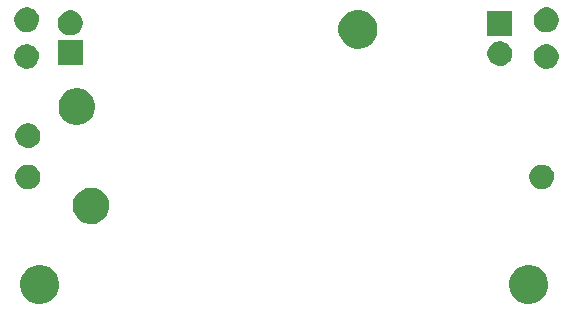
<source format=gbs>
G04 #@! TF.FileFunction,Soldermask,Bot*
%FSLAX46Y46*%
G04 Gerber Fmt 4.6, Leading zero omitted, Abs format (unit mm)*
G04 Created by KiCad (PCBNEW 4.0.7) date Tuesday, 26 September 2017 'PMt' 23:25:46*
%MOMM*%
%LPD*%
G01*
G04 APERTURE LIST*
%ADD10C,0.100000*%
G04 APERTURE END LIST*
D10*
G36*
X124273306Y-116751097D02*
X124590281Y-116816163D01*
X124888577Y-116941554D01*
X125156839Y-117122499D01*
X125384848Y-117352106D01*
X125563916Y-117621623D01*
X125687222Y-117920787D01*
X125750005Y-118237865D01*
X125750005Y-118237875D01*
X125750071Y-118238209D01*
X125744910Y-118607800D01*
X125744834Y-118608134D01*
X125744834Y-118608146D01*
X125673225Y-118923340D01*
X125541611Y-119218948D01*
X125355089Y-119483361D01*
X125120755Y-119706513D01*
X124847550Y-119879894D01*
X124545865Y-119996911D01*
X124227201Y-120053099D01*
X123903690Y-120046323D01*
X123587650Y-119976837D01*
X123291135Y-119847293D01*
X123025427Y-119662621D01*
X122800645Y-119429853D01*
X122625361Y-119157865D01*
X122506242Y-118857005D01*
X122447828Y-118538734D01*
X122452347Y-118215185D01*
X122519622Y-117898677D01*
X122647096Y-117601259D01*
X122829909Y-117334267D01*
X123061101Y-117107867D01*
X123331862Y-116930686D01*
X123631882Y-116809470D01*
X123949729Y-116748837D01*
X124273306Y-116751097D01*
X124273306Y-116751097D01*
G37*
G36*
X165673306Y-116751097D02*
X165990281Y-116816163D01*
X166288577Y-116941554D01*
X166556839Y-117122499D01*
X166784848Y-117352106D01*
X166963916Y-117621623D01*
X167087222Y-117920787D01*
X167150005Y-118237865D01*
X167150005Y-118237875D01*
X167150071Y-118238209D01*
X167144910Y-118607800D01*
X167144834Y-118608134D01*
X167144834Y-118608146D01*
X167073225Y-118923340D01*
X166941611Y-119218948D01*
X166755089Y-119483361D01*
X166520755Y-119706513D01*
X166247550Y-119879894D01*
X165945865Y-119996911D01*
X165627201Y-120053099D01*
X165303690Y-120046323D01*
X164987650Y-119976837D01*
X164691135Y-119847293D01*
X164425427Y-119662621D01*
X164200645Y-119429853D01*
X164025361Y-119157865D01*
X163906242Y-118857005D01*
X163847828Y-118538734D01*
X163852347Y-118215185D01*
X163919622Y-117898677D01*
X164047096Y-117601259D01*
X164229909Y-117334267D01*
X164461101Y-117107867D01*
X164731862Y-116930686D01*
X165031882Y-116809470D01*
X165349729Y-116748837D01*
X165673306Y-116751097D01*
X165673306Y-116751097D01*
G37*
G36*
X128612803Y-110201030D02*
X128910567Y-110262153D01*
X129190784Y-110379945D01*
X129442788Y-110549923D01*
X129656979Y-110765615D01*
X129825194Y-111018798D01*
X129941027Y-111299830D01*
X130000001Y-111597671D01*
X130000001Y-111597681D01*
X130000067Y-111598015D01*
X129995219Y-111945207D01*
X129995142Y-111945545D01*
X129995142Y-111945553D01*
X129927878Y-112241622D01*
X129804241Y-112519315D01*
X129629023Y-112767703D01*
X129408891Y-112977331D01*
X129152244Y-113140204D01*
X128868843Y-113250129D01*
X128569492Y-113302912D01*
X128265588Y-113296546D01*
X127968703Y-113231272D01*
X127690161Y-113109579D01*
X127440549Y-112936095D01*
X127229394Y-112717437D01*
X127064733Y-112461934D01*
X126952833Y-112179308D01*
X126897960Y-111880325D01*
X126902205Y-111576385D01*
X126965402Y-111279061D01*
X127085151Y-110999667D01*
X127256884Y-110748857D01*
X127474065Y-110536178D01*
X127728416Y-110369735D01*
X128010253Y-110255866D01*
X128308836Y-110198908D01*
X128612803Y-110201030D01*
X128612803Y-110201030D01*
G37*
G36*
X123210286Y-108250698D02*
X123411998Y-108292104D01*
X123601821Y-108371898D01*
X123772534Y-108487045D01*
X123917631Y-108633159D01*
X124031583Y-108804670D01*
X124110050Y-108995046D01*
X124149979Y-109196698D01*
X124149979Y-109196703D01*
X124150046Y-109197042D01*
X124146761Y-109432237D01*
X124146684Y-109432575D01*
X124146684Y-109432583D01*
X124101144Y-109633034D01*
X124017389Y-109821149D01*
X123898693Y-109989411D01*
X123749570Y-110131419D01*
X123575714Y-110241751D01*
X123383732Y-110316217D01*
X123180947Y-110351972D01*
X122975076Y-110347661D01*
X122773958Y-110303442D01*
X122585268Y-110221005D01*
X122416181Y-110103486D01*
X122273137Y-109955360D01*
X122161594Y-109782278D01*
X122085790Y-109590822D01*
X122048618Y-109388284D01*
X122051493Y-109182390D01*
X122094304Y-108980977D01*
X122175425Y-108791710D01*
X122291760Y-108621807D01*
X122438883Y-108477733D01*
X122611185Y-108364982D01*
X122802107Y-108287844D01*
X123004372Y-108249260D01*
X123210286Y-108250698D01*
X123210286Y-108250698D01*
G37*
G36*
X166710286Y-108250698D02*
X166911998Y-108292104D01*
X167101821Y-108371898D01*
X167272534Y-108487045D01*
X167417631Y-108633159D01*
X167531583Y-108804670D01*
X167610050Y-108995046D01*
X167649979Y-109196698D01*
X167649979Y-109196703D01*
X167650046Y-109197042D01*
X167646761Y-109432237D01*
X167646684Y-109432575D01*
X167646684Y-109432583D01*
X167601144Y-109633034D01*
X167517389Y-109821149D01*
X167398693Y-109989411D01*
X167249570Y-110131419D01*
X167075714Y-110241751D01*
X166883732Y-110316217D01*
X166680947Y-110351972D01*
X166475076Y-110347661D01*
X166273958Y-110303442D01*
X166085268Y-110221005D01*
X165916181Y-110103486D01*
X165773137Y-109955360D01*
X165661594Y-109782278D01*
X165585790Y-109590822D01*
X165548618Y-109388284D01*
X165551493Y-109182390D01*
X165594304Y-108980977D01*
X165675425Y-108791710D01*
X165791760Y-108621807D01*
X165938883Y-108477733D01*
X166111185Y-108364982D01*
X166302107Y-108287844D01*
X166504372Y-108249260D01*
X166710286Y-108250698D01*
X166710286Y-108250698D01*
G37*
G36*
X123210286Y-104750698D02*
X123411998Y-104792104D01*
X123601821Y-104871898D01*
X123772534Y-104987045D01*
X123917631Y-105133159D01*
X124031583Y-105304670D01*
X124110050Y-105495046D01*
X124149979Y-105696698D01*
X124149979Y-105696703D01*
X124150046Y-105697042D01*
X124146761Y-105932237D01*
X124146684Y-105932575D01*
X124146684Y-105932583D01*
X124101144Y-106133034D01*
X124017389Y-106321149D01*
X123898693Y-106489411D01*
X123749570Y-106631419D01*
X123575714Y-106741751D01*
X123383732Y-106816217D01*
X123180947Y-106851972D01*
X122975076Y-106847661D01*
X122773958Y-106803442D01*
X122585268Y-106721005D01*
X122416181Y-106603486D01*
X122273137Y-106455360D01*
X122161594Y-106282278D01*
X122085790Y-106090822D01*
X122048618Y-105888284D01*
X122051493Y-105682390D01*
X122094304Y-105480977D01*
X122175425Y-105291710D01*
X122291760Y-105121807D01*
X122438883Y-104977733D01*
X122611185Y-104864982D01*
X122802107Y-104787844D01*
X123004372Y-104749260D01*
X123210286Y-104750698D01*
X123210286Y-104750698D01*
G37*
G36*
X127412803Y-101801030D02*
X127710567Y-101862153D01*
X127990784Y-101979945D01*
X128242788Y-102149923D01*
X128456979Y-102365615D01*
X128625194Y-102618798D01*
X128741027Y-102899830D01*
X128800001Y-103197671D01*
X128800001Y-103197681D01*
X128800067Y-103198015D01*
X128795219Y-103545207D01*
X128795142Y-103545545D01*
X128795142Y-103545553D01*
X128727878Y-103841622D01*
X128604241Y-104119315D01*
X128429023Y-104367703D01*
X128208891Y-104577331D01*
X127952244Y-104740204D01*
X127668843Y-104850129D01*
X127369492Y-104902912D01*
X127065588Y-104896546D01*
X126768703Y-104831272D01*
X126490161Y-104709579D01*
X126240549Y-104536095D01*
X126029394Y-104317437D01*
X125864733Y-104061934D01*
X125752833Y-103779308D01*
X125697960Y-103480325D01*
X125702205Y-103176385D01*
X125765402Y-102879061D01*
X125885151Y-102599667D01*
X126056884Y-102348857D01*
X126274065Y-102136178D01*
X126528416Y-101969735D01*
X126810253Y-101855866D01*
X127108836Y-101798908D01*
X127412803Y-101801030D01*
X127412803Y-101801030D01*
G37*
G36*
X167110286Y-98050698D02*
X167311998Y-98092104D01*
X167501821Y-98171898D01*
X167672534Y-98287045D01*
X167817631Y-98433159D01*
X167931583Y-98604670D01*
X168010050Y-98795046D01*
X168049979Y-98996698D01*
X168049979Y-98996703D01*
X168050046Y-98997042D01*
X168046761Y-99232237D01*
X168046684Y-99232575D01*
X168046684Y-99232583D01*
X168001144Y-99433034D01*
X167917389Y-99621149D01*
X167798693Y-99789411D01*
X167649570Y-99931419D01*
X167475714Y-100041751D01*
X167283732Y-100116217D01*
X167080947Y-100151972D01*
X166875076Y-100147661D01*
X166673958Y-100103442D01*
X166485268Y-100021005D01*
X166316181Y-99903486D01*
X166173137Y-99755360D01*
X166061594Y-99582278D01*
X165985790Y-99390822D01*
X165948618Y-99188284D01*
X165951493Y-98982390D01*
X165994304Y-98780977D01*
X166075425Y-98591710D01*
X166191760Y-98421807D01*
X166338883Y-98277733D01*
X166511185Y-98164982D01*
X166702107Y-98087844D01*
X166904372Y-98049260D01*
X167110286Y-98050698D01*
X167110286Y-98050698D01*
G37*
G36*
X123110286Y-98050698D02*
X123311998Y-98092104D01*
X123501821Y-98171898D01*
X123672534Y-98287045D01*
X123817631Y-98433159D01*
X123931583Y-98604670D01*
X124010050Y-98795046D01*
X124049979Y-98996698D01*
X124049979Y-98996703D01*
X124050046Y-98997042D01*
X124046761Y-99232237D01*
X124046684Y-99232575D01*
X124046684Y-99232583D01*
X124001144Y-99433034D01*
X123917389Y-99621149D01*
X123798693Y-99789411D01*
X123649570Y-99931419D01*
X123475714Y-100041751D01*
X123283732Y-100116217D01*
X123080947Y-100151972D01*
X122875076Y-100147661D01*
X122673958Y-100103442D01*
X122485268Y-100021005D01*
X122316181Y-99903486D01*
X122173137Y-99755360D01*
X122061594Y-99582278D01*
X121985790Y-99390822D01*
X121948618Y-99188284D01*
X121951493Y-98982390D01*
X121994304Y-98780977D01*
X122075425Y-98591710D01*
X122191760Y-98421807D01*
X122338883Y-98277733D01*
X122511185Y-98164982D01*
X122702107Y-98087844D01*
X122904372Y-98049260D01*
X123110286Y-98050698D01*
X123110286Y-98050698D01*
G37*
G36*
X163160286Y-97800698D02*
X163361998Y-97842104D01*
X163551821Y-97921898D01*
X163722534Y-98037045D01*
X163867631Y-98183159D01*
X163981583Y-98354670D01*
X164060050Y-98545046D01*
X164099979Y-98746698D01*
X164099979Y-98746703D01*
X164100046Y-98747042D01*
X164096761Y-98982237D01*
X164096684Y-98982575D01*
X164096684Y-98982583D01*
X164051144Y-99183034D01*
X163967389Y-99371149D01*
X163848693Y-99539411D01*
X163699570Y-99681419D01*
X163525714Y-99791751D01*
X163333732Y-99866217D01*
X163130947Y-99901972D01*
X162925076Y-99897661D01*
X162723958Y-99853442D01*
X162535268Y-99771005D01*
X162366181Y-99653486D01*
X162223137Y-99505360D01*
X162111594Y-99332278D01*
X162035790Y-99140822D01*
X161998618Y-98938284D01*
X162001493Y-98732390D01*
X162044304Y-98530977D01*
X162125425Y-98341710D01*
X162241760Y-98171807D01*
X162388883Y-98027733D01*
X162561185Y-97914982D01*
X162752107Y-97837844D01*
X162954372Y-97799260D01*
X163160286Y-97800698D01*
X163160286Y-97800698D01*
G37*
G36*
X127750000Y-99840000D02*
X125650000Y-99840000D01*
X125650000Y-97740000D01*
X127750000Y-97740000D01*
X127750000Y-99840000D01*
X127750000Y-99840000D01*
G37*
G36*
X151223306Y-95151097D02*
X151540281Y-95216163D01*
X151838577Y-95341554D01*
X152106839Y-95522499D01*
X152334848Y-95752106D01*
X152513916Y-96021623D01*
X152637222Y-96320787D01*
X152700005Y-96637865D01*
X152700005Y-96637875D01*
X152700071Y-96638209D01*
X152694910Y-97007800D01*
X152694834Y-97008134D01*
X152694834Y-97008146D01*
X152623225Y-97323340D01*
X152491611Y-97618948D01*
X152305089Y-97883361D01*
X152070755Y-98106513D01*
X151797550Y-98279894D01*
X151495865Y-98396911D01*
X151177201Y-98453099D01*
X150853690Y-98446323D01*
X150537650Y-98376837D01*
X150241135Y-98247293D01*
X149975427Y-98062621D01*
X149750645Y-97829853D01*
X149575361Y-97557865D01*
X149456242Y-97257005D01*
X149397828Y-96938734D01*
X149402347Y-96615185D01*
X149469622Y-96298677D01*
X149597096Y-96001259D01*
X149779909Y-95734267D01*
X150011101Y-95507867D01*
X150281862Y-95330686D01*
X150581882Y-95209470D01*
X150899729Y-95148837D01*
X151223306Y-95151097D01*
X151223306Y-95151097D01*
G37*
G36*
X164100000Y-97360000D02*
X162000000Y-97360000D01*
X162000000Y-95260000D01*
X164100000Y-95260000D01*
X164100000Y-97360000D01*
X164100000Y-97360000D01*
G37*
G36*
X126810286Y-95200698D02*
X127011998Y-95242104D01*
X127201821Y-95321898D01*
X127372534Y-95437045D01*
X127517631Y-95583159D01*
X127631583Y-95754670D01*
X127710050Y-95945046D01*
X127749979Y-96146698D01*
X127749979Y-96146703D01*
X127750046Y-96147042D01*
X127746761Y-96382237D01*
X127746684Y-96382575D01*
X127746684Y-96382583D01*
X127701144Y-96583034D01*
X127617389Y-96771149D01*
X127498693Y-96939411D01*
X127349570Y-97081419D01*
X127175714Y-97191751D01*
X126983732Y-97266217D01*
X126780947Y-97301972D01*
X126575076Y-97297661D01*
X126373958Y-97253442D01*
X126185268Y-97171005D01*
X126016181Y-97053486D01*
X125873137Y-96905360D01*
X125761594Y-96732278D01*
X125685790Y-96540822D01*
X125648618Y-96338284D01*
X125651493Y-96132390D01*
X125694304Y-95930977D01*
X125775425Y-95741710D01*
X125891760Y-95571807D01*
X126038883Y-95427733D01*
X126211185Y-95314982D01*
X126402107Y-95237844D01*
X126604372Y-95199260D01*
X126810286Y-95200698D01*
X126810286Y-95200698D01*
G37*
G36*
X167110286Y-94950698D02*
X167311998Y-94992104D01*
X167501821Y-95071898D01*
X167672534Y-95187045D01*
X167817631Y-95333159D01*
X167931583Y-95504670D01*
X168010050Y-95695046D01*
X168049979Y-95896698D01*
X168049979Y-95896703D01*
X168050046Y-95897042D01*
X168046761Y-96132237D01*
X168046684Y-96132575D01*
X168046684Y-96132583D01*
X168001144Y-96333034D01*
X167917389Y-96521149D01*
X167798693Y-96689411D01*
X167649570Y-96831419D01*
X167475714Y-96941751D01*
X167283732Y-97016217D01*
X167080947Y-97051972D01*
X166875076Y-97047661D01*
X166673958Y-97003442D01*
X166485268Y-96921005D01*
X166316181Y-96803486D01*
X166173137Y-96655360D01*
X166061594Y-96482278D01*
X165985790Y-96290822D01*
X165948618Y-96088284D01*
X165951493Y-95882390D01*
X165994304Y-95680977D01*
X166075425Y-95491710D01*
X166191760Y-95321807D01*
X166338883Y-95177733D01*
X166511185Y-95064982D01*
X166702107Y-94987844D01*
X166904372Y-94949260D01*
X167110286Y-94950698D01*
X167110286Y-94950698D01*
G37*
G36*
X123110286Y-94950698D02*
X123311998Y-94992104D01*
X123501821Y-95071898D01*
X123672534Y-95187045D01*
X123817631Y-95333159D01*
X123931583Y-95504670D01*
X124010050Y-95695046D01*
X124049979Y-95896698D01*
X124049979Y-95896703D01*
X124050046Y-95897042D01*
X124046761Y-96132237D01*
X124046684Y-96132575D01*
X124046684Y-96132583D01*
X124001144Y-96333034D01*
X123917389Y-96521149D01*
X123798693Y-96689411D01*
X123649570Y-96831419D01*
X123475714Y-96941751D01*
X123283732Y-97016217D01*
X123080947Y-97051972D01*
X122875076Y-97047661D01*
X122673958Y-97003442D01*
X122485268Y-96921005D01*
X122316181Y-96803486D01*
X122173137Y-96655360D01*
X122061594Y-96482278D01*
X121985790Y-96290822D01*
X121948618Y-96088284D01*
X121951493Y-95882390D01*
X121994304Y-95680977D01*
X122075425Y-95491710D01*
X122191760Y-95321807D01*
X122338883Y-95177733D01*
X122511185Y-95064982D01*
X122702107Y-94987844D01*
X122904372Y-94949260D01*
X123110286Y-94950698D01*
X123110286Y-94950698D01*
G37*
M02*

</source>
